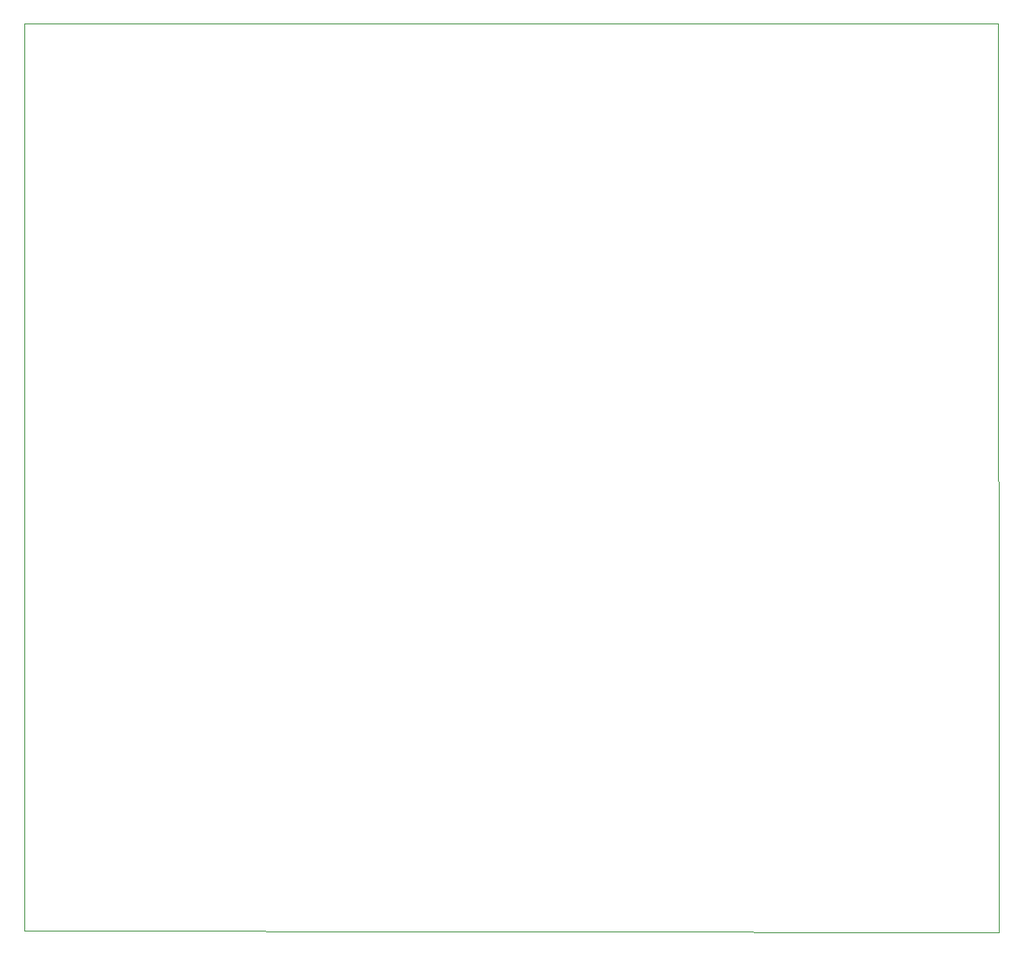
<source format=gbr>
%TF.GenerationSoftware,KiCad,Pcbnew,6.0.11+dfsg-1~bpo11+1*%
%TF.CreationDate,2023-03-06T17:28:23+08:00*%
%TF.ProjectId,sot2dip - panel,736f7432-6469-4702-902d-2070616e656c,rev?*%
%TF.SameCoordinates,Original*%
%TF.FileFunction,Profile,NP*%
%FSLAX46Y46*%
G04 Gerber Fmt 4.6, Leading zero omitted, Abs format (unit mm)*
G04 Created by KiCad (PCBNEW 6.0.11+dfsg-1~bpo11+1) date 2023-03-06 17:28:23*
%MOMM*%
%LPD*%
G01*
G04 APERTURE LIST*
%TA.AperFunction,Profile*%
%ADD10C,0.050000*%
%TD*%
G04 APERTURE END LIST*
D10*
X203300000Y-147700000D02*
X105000000Y-147600000D01*
X105000000Y-56000000D02*
X203200000Y-56000000D01*
X105000000Y-147600000D02*
X105000000Y-56000000D01*
X203200000Y-56000000D02*
X203300000Y-147700000D01*
M02*

</source>
